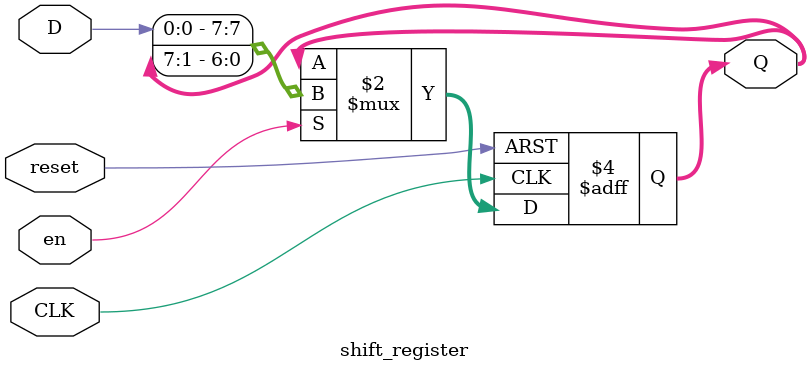
<source format=sv>
module shift_register#(parameter N=8)
							(input 	logic CLK, D, en, reset,
							 output logic 	[N-1:0] Q);
	
	
	always_ff@(posedge CLK, posedge reset)
	begin
		if(reset) Q <= 0;
		else if(en)
		begin
			Q <= {D, Q[N-1:1]};
		end
	end
endmodule
</source>
